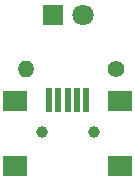
<source format=gbr>
%TF.GenerationSoftware,KiCad,Pcbnew,8.0.2*%
%TF.CreationDate,2024-05-26T17:51:25+02:00*%
%TF.ProjectId,bom test,626f6d20-7465-4737-942e-6b696361645f,rev?*%
%TF.SameCoordinates,Original*%
%TF.FileFunction,Soldermask,Top*%
%TF.FilePolarity,Negative*%
%FSLAX46Y46*%
G04 Gerber Fmt 4.6, Leading zero omitted, Abs format (unit mm)*
G04 Created by KiCad (PCBNEW 8.0.2) date 2024-05-26 17:51:25*
%MOMM*%
%LPD*%
G01*
G04 APERTURE LIST*
%ADD10C,1.400000*%
%ADD11O,1.400000X1.400000*%
%ADD12R,1.800000X1.800000*%
%ADD13C,1.800000*%
%ADD14C,1.000000*%
%ADD15R,0.500000X2.000000*%
%ADD16R,2.000000X1.700000*%
G04 APERTURE END LIST*
D10*
%TO.C,REF\u002A\u002A*%
X114554000Y-93472000D03*
D11*
X106934000Y-93472000D03*
%TD*%
D12*
%TO.C,REF\u002A\u002A*%
X109220000Y-88900000D03*
D13*
X111760000Y-88900000D03*
%TD*%
D14*
%TO.C,REF\u002A\u002A*%
X108290000Y-98806000D03*
X112690000Y-98806000D03*
D15*
X108890000Y-96106000D03*
X109690000Y-96106000D03*
X110490000Y-96106000D03*
X111290000Y-96106000D03*
X112090000Y-96106000D03*
D16*
X106040000Y-96206000D03*
X106040000Y-101656000D03*
X114940000Y-96206000D03*
X114940000Y-101656000D03*
%TD*%
M02*

</source>
